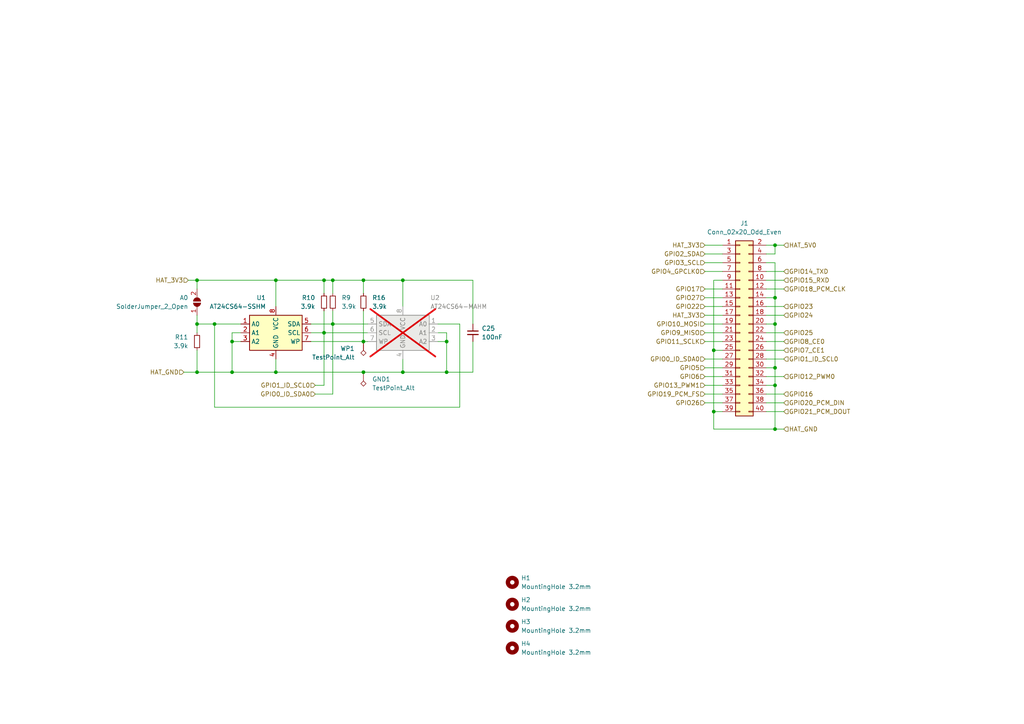
<source format=kicad_sch>
(kicad_sch (version 20230121) (generator eeschema)

  (uuid 4eca0b44-7895-4de1-b60b-9e70a6799560)

  (paper "A4")

  (lib_symbols
    (symbol "Connector:TestPoint_Alt" (pin_numbers hide) (pin_names (offset 0.762) hide) (in_bom yes) (on_board yes)
      (property "Reference" "TP" (at 0 6.858 0)
        (effects (font (size 1.27 1.27)))
      )
      (property "Value" "TestPoint_Alt" (at 0 5.08 0)
        (effects (font (size 1.27 1.27)))
      )
      (property "Footprint" "" (at 5.08 0 0)
        (effects (font (size 1.27 1.27)) hide)
      )
      (property "Datasheet" "~" (at 5.08 0 0)
        (effects (font (size 1.27 1.27)) hide)
      )
      (property "ki_keywords" "test point tp" (at 0 0 0)
        (effects (font (size 1.27 1.27)) hide)
      )
      (property "ki_description" "test point (alternative shape)" (at 0 0 0)
        (effects (font (size 1.27 1.27)) hide)
      )
      (property "ki_fp_filters" "Pin* Test*" (at 0 0 0)
        (effects (font (size 1.27 1.27)) hide)
      )
      (symbol "TestPoint_Alt_0_1"
        (polyline
          (pts
            (xy 0 2.54)
            (xy -0.762 3.302)
            (xy 0 4.064)
            (xy 0.762 3.302)
            (xy 0 2.54)
          )
          (stroke (width 0) (type default))
          (fill (type none))
        )
      )
      (symbol "TestPoint_Alt_1_1"
        (pin passive line (at 0 0 90) (length 2.54)
          (name "1" (effects (font (size 1.27 1.27))))
          (number "1" (effects (font (size 1.27 1.27))))
        )
      )
    )
    (symbol "Connector_Generic:Conn_02x20_Odd_Even" (pin_names (offset 1.016) hide) (in_bom yes) (on_board yes)
      (property "Reference" "J" (at 1.27 25.4 0)
        (effects (font (size 1.27 1.27)))
      )
      (property "Value" "Conn_02x20_Odd_Even" (at 1.27 -27.94 0)
        (effects (font (size 1.27 1.27)))
      )
      (property "Footprint" "" (at 0 0 0)
        (effects (font (size 1.27 1.27)) hide)
      )
      (property "Datasheet" "~" (at 0 0 0)
        (effects (font (size 1.27 1.27)) hide)
      )
      (property "ki_keywords" "connector" (at 0 0 0)
        (effects (font (size 1.27 1.27)) hide)
      )
      (property "ki_description" "Generic connector, double row, 02x20, odd/even pin numbering scheme (row 1 odd numbers, row 2 even numbers), script generated (kicad-library-utils/schlib/autogen/connector/)" (at 0 0 0)
        (effects (font (size 1.27 1.27)) hide)
      )
      (property "ki_fp_filters" "Connector*:*_2x??_*" (at 0 0 0)
        (effects (font (size 1.27 1.27)) hide)
      )
      (symbol "Conn_02x20_Odd_Even_1_1"
        (rectangle (start -1.27 -25.273) (end 0 -25.527)
          (stroke (width 0.1524) (type default))
          (fill (type none))
        )
        (rectangle (start -1.27 -22.733) (end 0 -22.987)
          (stroke (width 0.1524) (type default))
          (fill (type none))
        )
        (rectangle (start -1.27 -20.193) (end 0 -20.447)
          (stroke (width 0.1524) (type default))
          (fill (type none))
        )
        (rectangle (start -1.27 -17.653) (end 0 -17.907)
          (stroke (width 0.1524) (type default))
          (fill (type none))
        )
        (rectangle (start -1.27 -15.113) (end 0 -15.367)
          (stroke (width 0.1524) (type default))
          (fill (type none))
        )
        (rectangle (start -1.27 -12.573) (end 0 -12.827)
          (stroke (width 0.1524) (type default))
          (fill (type none))
        )
        (rectangle (start -1.27 -10.033) (end 0 -10.287)
          (stroke (width 0.1524) (type default))
          (fill (type none))
        )
        (rectangle (start -1.27 -7.493) (end 0 -7.747)
          (stroke (width 0.1524) (type default))
          (fill (type none))
        )
        (rectangle (start -1.27 -4.953) (end 0 -5.207)
          (stroke (width 0.1524) (type default))
          (fill (type none))
        )
        (rectangle (start -1.27 -2.413) (end 0 -2.667)
          (stroke (width 0.1524) (type default))
          (fill (type none))
        )
        (rectangle (start -1.27 0.127) (end 0 -0.127)
          (stroke (width 0.1524) (type default))
          (fill (type none))
        )
        (rectangle (start -1.27 2.667) (end 0 2.413)
          (stroke (width 0.1524) (type default))
          (fill (type none))
        )
        (rectangle (start -1.27 5.207) (end 0 4.953)
          (stroke (width 0.1524) (type default))
          (fill (type none))
        )
        (rectangle (start -1.27 7.747) (end 0 7.493)
          (stroke (width 0.1524) (type default))
          (fill (type none))
        )
        (rectangle (start -1.27 10.287) (end 0 10.033)
          (stroke (width 0.1524) (type default))
          (fill (type none))
        )
        (rectangle (start -1.27 12.827) (end 0 12.573)
          (stroke (width 0.1524) (type default))
          (fill (type none))
        )
        (rectangle (start -1.27 15.367) (end 0 15.113)
          (stroke (width 0.1524) (type default))
          (fill (type none))
        )
        (rectangle (start -1.27 17.907) (end 0 17.653)
          (stroke (width 0.1524) (type default))
          (fill (type none))
        )
        (rectangle (start -1.27 20.447) (end 0 20.193)
          (stroke (width 0.1524) (type default))
          (fill (type none))
        )
        (rectangle (start -1.27 22.987) (end 0 22.733)
          (stroke (width 0.1524) (type default))
          (fill (type none))
        )
        (rectangle (start -1.27 24.13) (end 3.81 -26.67)
          (stroke (width 0.254) (type default))
          (fill (type background))
        )
        (rectangle (start 3.81 -25.273) (end 2.54 -25.527)
          (stroke (width 0.1524) (type default))
          (fill (type none))
        )
        (rectangle (start 3.81 -22.733) (end 2.54 -22.987)
          (stroke (width 0.1524) (type default))
          (fill (type none))
        )
        (rectangle (start 3.81 -20.193) (end 2.54 -20.447)
          (stroke (width 0.1524) (type default))
          (fill (type none))
        )
        (rectangle (start 3.81 -17.653) (end 2.54 -17.907)
          (stroke (width 0.1524) (type default))
          (fill (type none))
        )
        (rectangle (start 3.81 -15.113) (end 2.54 -15.367)
          (stroke (width 0.1524) (type default))
          (fill (type none))
        )
        (rectangle (start 3.81 -12.573) (end 2.54 -12.827)
          (stroke (width 0.1524) (type default))
          (fill (type none))
        )
        (rectangle (start 3.81 -10.033) (end 2.54 -10.287)
          (stroke (width 0.1524) (type default))
          (fill (type none))
        )
        (rectangle (start 3.81 -7.493) (end 2.54 -7.747)
          (stroke (width 0.1524) (type default))
          (fill (type none))
        )
        (rectangle (start 3.81 -4.953) (end 2.54 -5.207)
          (stroke (width 0.1524) (type default))
          (fill (type none))
        )
        (rectangle (start 3.81 -2.413) (end 2.54 -2.667)
          (stroke (width 0.1524) (type default))
          (fill (type none))
        )
        (rectangle (start 3.81 0.127) (end 2.54 -0.127)
          (stroke (width 0.1524) (type default))
          (fill (type none))
        )
        (rectangle (start 3.81 2.667) (end 2.54 2.413)
          (stroke (width 0.1524) (type default))
          (fill (type none))
        )
        (rectangle (start 3.81 5.207) (end 2.54 4.953)
          (stroke (width 0.1524) (type default))
          (fill (type none))
        )
        (rectangle (start 3.81 7.747) (end 2.54 7.493)
          (stroke (width 0.1524) (type default))
          (fill (type none))
        )
        (rectangle (start 3.81 10.287) (end 2.54 10.033)
          (stroke (width 0.1524) (type default))
          (fill (type none))
        )
        (rectangle (start 3.81 12.827) (end 2.54 12.573)
          (stroke (width 0.1524) (type default))
          (fill (type none))
        )
        (rectangle (start 3.81 15.367) (end 2.54 15.113)
          (stroke (width 0.1524) (type default))
          (fill (type none))
        )
        (rectangle (start 3.81 17.907) (end 2.54 17.653)
          (stroke (width 0.1524) (type default))
          (fill (type none))
        )
        (rectangle (start 3.81 20.447) (end 2.54 20.193)
          (stroke (width 0.1524) (type default))
          (fill (type none))
        )
        (rectangle (start 3.81 22.987) (end 2.54 22.733)
          (stroke (width 0.1524) (type default))
          (fill (type none))
        )
        (pin passive line (at -5.08 22.86 0) (length 3.81)
          (name "Pin_1" (effects (font (size 1.27 1.27))))
          (number "1" (effects (font (size 1.27 1.27))))
        )
        (pin passive line (at 7.62 12.7 180) (length 3.81)
          (name "Pin_10" (effects (font (size 1.27 1.27))))
          (number "10" (effects (font (size 1.27 1.27))))
        )
        (pin passive line (at -5.08 10.16 0) (length 3.81)
          (name "Pin_11" (effects (font (size 1.27 1.27))))
          (number "11" (effects (font (size 1.27 1.27))))
        )
        (pin passive line (at 7.62 10.16 180) (length 3.81)
          (name "Pin_12" (effects (font (size 1.27 1.27))))
          (number "12" (effects (font (size 1.27 1.27))))
        )
        (pin passive line (at -5.08 7.62 0) (length 3.81)
          (name "Pin_13" (effects (font (size 1.27 1.27))))
          (number "13" (effects (font (size 1.27 1.27))))
        )
        (pin passive line (at 7.62 7.62 180) (length 3.81)
          (name "Pin_14" (effects (font (size 1.27 1.27))))
          (number "14" (effects (font (size 1.27 1.27))))
        )
        (pin passive line (at -5.08 5.08 0) (length 3.81)
          (name "Pin_15" (effects (font (size 1.27 1.27))))
          (number "15" (effects (font (size 1.27 1.27))))
        )
        (pin passive line (at 7.62 5.08 180) (length 3.81)
          (name "Pin_16" (effects (font (size 1.27 1.27))))
          (number "16" (effects (font (size 1.27 1.27))))
        )
        (pin passive line (at -5.08 2.54 0) (length 3.81)
          (name "Pin_17" (effects (font (size 1.27 1.27))))
          (number "17" (effects (font (size 1.27 1.27))))
        )
        (pin passive line (at 7.62 2.54 180) (length 3.81)
          (name "Pin_18" (effects (font (size 1.27 1.27))))
          (number "18" (effects (font (size 1.27 1.27))))
        )
        (pin passive line (at -5.08 0 0) (length 3.81)
          (name "Pin_19" (effects (font (size 1.27 1.27))))
          (number "19" (effects (font (size 1.27 1.27))))
        )
        (pin passive line (at 7.62 22.86 180) (length 3.81)
          (name "Pin_2" (effects (font (size 1.27 1.27))))
          (number "2" (effects (font (size 1.27 1.27))))
        )
        (pin passive line (at 7.62 0 180) (length 3.81)
          (name "Pin_20" (effects (font (size 1.27 1.27))))
          (number "20" (effects (font (size 1.27 1.27))))
        )
        (pin passive line (at -5.08 -2.54 0) (length 3.81)
          (name "Pin_21" (effects (font (size 1.27 1.27))))
          (number "21" (effects (font (size 1.27 1.27))))
        )
        (pin passive line (at 7.62 -2.54 180) (length 3.81)
          (name "Pin_22" (effects (font (size 1.27 1.27))))
          (number "22" (effects (font (size 1.27 1.27))))
        )
        (pin passive line (at -5.08 -5.08 0) (length 3.81)
          (name "Pin_23" (effects (font (size 1.27 1.27))))
          (number "23" (effects (font (size 1.27 1.27))))
        )
        (pin passive line (at 7.62 -5.08 180) (length 3.81)
          (name "Pin_24" (effects (font (size 1.27 1.27))))
          (number "24" (effects (font (size 1.27 1.27))))
        )
        (pin passive line (at -5.08 -7.62 0) (length 3.81)
          (name "Pin_25" (effects (font (size 1.27 1.27))))
          (number "25" (effects (font (size 1.27 1.27))))
        )
        (pin passive line (at 7.62 -7.62 180) (length 3.81)
          (name "Pin_26" (effects (font (size 1.27 1.27))))
          (number "26" (effects (font (size 1.27 1.27))))
        )
        (pin passive line (at -5.08 -10.16 0) (length 3.81)
          (name "Pin_27" (effects (font (size 1.27 1.27))))
          (number "27" (effects (font (size 1.27 1.27))))
        )
        (pin passive line (at 7.62 -10.16 180) (length 3.81)
          (name "Pin_28" (effects (font (size 1.27 1.27))))
          (number "28" (effects (font (size 1.27 1.27))))
        )
        (pin passive line (at -5.08 -12.7 0) (length 3.81)
          (name "Pin_29" (effects (font (size 1.27 1.27))))
          (number "29" (effects (font (size 1.27 1.27))))
        )
        (pin passive line (at -5.08 20.32 0) (length 3.81)
          (name "Pin_3" (effects (font (size 1.27 1.27))))
          (number "3" (effects (font (size 1.27 1.27))))
        )
        (pin passive line (at 7.62 -12.7 180) (length 3.81)
          (name "Pin_30" (effects (font (size 1.27 1.27))))
          (number "30" (effects (font (size 1.27 1.27))))
        )
        (pin passive line (at -5.08 -15.24 0) (length 3.81)
          (name "Pin_31" (effects (font (size 1.27 1.27))))
          (number "31" (effects (font (size 1.27 1.27))))
        )
        (pin passive line (at 7.62 -15.24 180) (length 3.81)
          (name "Pin_32" (effects (font (size 1.27 1.27))))
          (number "32" (effects (font (size 1.27 1.27))))
        )
        (pin passive line (at -5.08 -17.78 0) (length 3.81)
          (name "Pin_33" (effects (font (size 1.27 1.27))))
          (number "33" (effects (font (size 1.27 1.27))))
        )
        (pin passive line (at 7.62 -17.78 180) (length 3.81)
          (name "Pin_34" (effects (font (size 1.27 1.27))))
          (number "34" (effects (font (size 1.27 1.27))))
        )
        (pin passive line (at -5.08 -20.32 0) (length 3.81)
          (name "Pin_35" (effects (font (size 1.27 1.27))))
          (number "35" (effects (font (size 1.27 1.27))))
        )
        (pin passive line (at 7.62 -20.32 180) (length 3.81)
          (name "Pin_36" (effects (font (size 1.27 1.27))))
          (number "36" (effects (font (size 1.27 1.27))))
        )
        (pin passive line (at -5.08 -22.86 0) (length 3.81)
          (name "Pin_37" (effects (font (size 1.27 1.27))))
          (number "37" (effects (font (size 1.27 1.27))))
        )
        (pin passive line (at 7.62 -22.86 180) (length 3.81)
          (name "Pin_38" (effects (font (size 1.27 1.27))))
          (number "38" (effects (font (size 1.27 1.27))))
        )
        (pin passive line (at -5.08 -25.4 0) (length 3.81)
          (name "Pin_39" (effects (font (size 1.27 1.27))))
          (number "39" (effects (font (size 1.27 1.27))))
        )
        (pin passive line (at 7.62 20.32 180) (length 3.81)
          (name "Pin_4" (effects (font (size 1.27 1.27))))
          (number "4" (effects (font (size 1.27 1.27))))
        )
        (pin passive line (at 7.62 -25.4 180) (length 3.81)
          (name "Pin_40" (effects (font (size 1.27 1.27))))
          (number "40" (effects (font (size 1.27 1.27))))
        )
        (pin passive line (at -5.08 17.78 0) (length 3.81)
          (name "Pin_5" (effects (font (size 1.27 1.27))))
          (number "5" (effects (font (size 1.27 1.27))))
        )
        (pin passive line (at 7.62 17.78 180) (length 3.81)
          (name "Pin_6" (effects (font (size 1.27 1.27))))
          (number "6" (effects (font (size 1.27 1.27))))
        )
        (pin passive line (at -5.08 15.24 0) (length 3.81)
          (name "Pin_7" (effects (font (size 1.27 1.27))))
          (number "7" (effects (font (size 1.27 1.27))))
        )
        (pin passive line (at 7.62 15.24 180) (length 3.81)
          (name "Pin_8" (effects (font (size 1.27 1.27))))
          (number "8" (effects (font (size 1.27 1.27))))
        )
        (pin passive line (at -5.08 12.7 0) (length 3.81)
          (name "Pin_9" (effects (font (size 1.27 1.27))))
          (number "9" (effects (font (size 1.27 1.27))))
        )
      )
    )
    (symbol "Device:C_Small" (pin_numbers hide) (pin_names (offset 0.254) hide) (in_bom yes) (on_board yes)
      (property "Reference" "C" (at 0.254 1.778 0)
        (effects (font (size 1.27 1.27)) (justify left))
      )
      (property "Value" "C_Small" (at 0.254 -2.032 0)
        (effects (font (size 1.27 1.27)) (justify left))
      )
      (property "Footprint" "" (at 0 0 0)
        (effects (font (size 1.27 1.27)) hide)
      )
      (property "Datasheet" "~" (at 0 0 0)
        (effects (font (size 1.27 1.27)) hide)
      )
      (property "ki_keywords" "capacitor cap" (at 0 0 0)
        (effects (font (size 1.27 1.27)) hide)
      )
      (property "ki_description" "Unpolarized capacitor, small symbol" (at 0 0 0)
        (effects (font (size 1.27 1.27)) hide)
      )
      (property "ki_fp_filters" "C_*" (at 0 0 0)
        (effects (font (size 1.27 1.27)) hide)
      )
      (symbol "C_Small_0_1"
        (polyline
          (pts
            (xy -1.524 -0.508)
            (xy 1.524 -0.508)
          )
          (stroke (width 0.3302) (type default))
          (fill (type none))
        )
        (polyline
          (pts
            (xy -1.524 0.508)
            (xy 1.524 0.508)
          )
          (stroke (width 0.3048) (type default))
          (fill (type none))
        )
      )
      (symbol "C_Small_1_1"
        (pin passive line (at 0 2.54 270) (length 2.032)
          (name "~" (effects (font (size 1.27 1.27))))
          (number "1" (effects (font (size 1.27 1.27))))
        )
        (pin passive line (at 0 -2.54 90) (length 2.032)
          (name "~" (effects (font (size 1.27 1.27))))
          (number "2" (effects (font (size 1.27 1.27))))
        )
      )
    )
    (symbol "Device:R_Small" (pin_numbers hide) (pin_names (offset 0.254) hide) (in_bom yes) (on_board yes)
      (property "Reference" "R" (at 0.762 0.508 0)
        (effects (font (size 1.27 1.27)) (justify left))
      )
      (property "Value" "R_Small" (at 0.762 -1.016 0)
        (effects (font (size 1.27 1.27)) (justify left))
      )
      (property "Footprint" "" (at 0 0 0)
        (effects (font (size 1.27 1.27)) hide)
      )
      (property "Datasheet" "~" (at 0 0 0)
        (effects (font (size 1.27 1.27)) hide)
      )
      (property "ki_keywords" "R resistor" (at 0 0 0)
        (effects (font (size 1.27 1.27)) hide)
      )
      (property "ki_description" "Resistor, small symbol" (at 0 0 0)
        (effects (font (size 1.27 1.27)) hide)
      )
      (property "ki_fp_filters" "R_*" (at 0 0 0)
        (effects (font (size 1.27 1.27)) hide)
      )
      (symbol "R_Small_0_1"
        (rectangle (start -0.762 1.778) (end 0.762 -1.778)
          (stroke (width 0.2032) (type default))
          (fill (type none))
        )
      )
      (symbol "R_Small_1_1"
        (pin passive line (at 0 2.54 270) (length 0.762)
          (name "~" (effects (font (size 1.27 1.27))))
          (number "1" (effects (font (size 1.27 1.27))))
        )
        (pin passive line (at 0 -2.54 90) (length 0.762)
          (name "~" (effects (font (size 1.27 1.27))))
          (number "2" (effects (font (size 1.27 1.27))))
        )
      )
    )
    (symbol "Jumper:SolderJumper_2_Open" (pin_names (offset 0) hide) (in_bom yes) (on_board yes)
      (property "Reference" "JP" (at 0 2.032 0)
        (effects (font (size 1.27 1.27)))
      )
      (property "Value" "SolderJumper_2_Open" (at 0 -2.54 0)
        (effects (font (size 1.27 1.27)))
      )
      (property "Footprint" "" (at 0 0 0)
        (effects (font (size 1.27 1.27)) hide)
      )
      (property "Datasheet" "~" (at 0 0 0)
        (effects (font (size 1.27 1.27)) hide)
      )
      (property "ki_keywords" "solder jumper SPST" (at 0 0 0)
        (effects (font (size 1.27 1.27)) hide)
      )
      (property "ki_description" "Solder Jumper, 2-pole, open" (at 0 0 0)
        (effects (font (size 1.27 1.27)) hide)
      )
      (property "ki_fp_filters" "SolderJumper*Open*" (at 0 0 0)
        (effects (font (size 1.27 1.27)) hide)
      )
      (symbol "SolderJumper_2_Open_0_1"
        (arc (start -0.254 1.016) (mid -1.2656 0) (end -0.254 -1.016)
          (stroke (width 0) (type default))
          (fill (type none))
        )
        (arc (start -0.254 1.016) (mid -1.2656 0) (end -0.254 -1.016)
          (stroke (width 0) (type default))
          (fill (type outline))
        )
        (polyline
          (pts
            (xy -0.254 1.016)
            (xy -0.254 -1.016)
          )
          (stroke (width 0) (type default))
          (fill (type none))
        )
        (polyline
          (pts
            (xy 0.254 1.016)
            (xy 0.254 -1.016)
          )
          (stroke (width 0) (type default))
          (fill (type none))
        )
        (arc (start 0.254 -1.016) (mid 1.2656 0) (end 0.254 1.016)
          (stroke (width 0) (type default))
          (fill (type none))
        )
        (arc (start 0.254 -1.016) (mid 1.2656 0) (end 0.254 1.016)
          (stroke (width 0) (type default))
          (fill (type outline))
        )
      )
      (symbol "SolderJumper_2_Open_1_1"
        (pin passive line (at -3.81 0 0) (length 2.54)
          (name "A" (effects (font (size 1.27 1.27))))
          (number "1" (effects (font (size 1.27 1.27))))
        )
        (pin passive line (at 3.81 0 180) (length 2.54)
          (name "B" (effects (font (size 1.27 1.27))))
          (number "2" (effects (font (size 1.27 1.27))))
        )
      )
    )
    (symbol "Mechanical:MountingHole" (pin_names (offset 1.016)) (in_bom yes) (on_board yes)
      (property "Reference" "H" (at 0 5.08 0)
        (effects (font (size 1.27 1.27)))
      )
      (property "Value" "MountingHole" (at 0 3.175 0)
        (effects (font (size 1.27 1.27)))
      )
      (property "Footprint" "" (at 0 0 0)
        (effects (font (size 1.27 1.27)) hide)
      )
      (property "Datasheet" "~" (at 0 0 0)
        (effects (font (size 1.27 1.27)) hide)
      )
      (property "ki_keywords" "mounting hole" (at 0 0 0)
        (effects (font (size 1.27 1.27)) hide)
      )
      (property "ki_description" "Mounting Hole without connection" (at 0 0 0)
        (effects (font (size 1.27 1.27)) hide)
      )
      (property "ki_fp_filters" "MountingHole*" (at 0 0 0)
        (effects (font (size 1.27 1.27)) hide)
      )
      (symbol "MountingHole_0_1"
        (circle (center 0 0) (radius 1.27)
          (stroke (width 1.27) (type default))
          (fill (type none))
        )
      )
    )
    (symbol "Memory_EEPROM:AT24CS64-MAHM" (in_bom yes) (on_board yes)
      (property "Reference" "U" (at -7.62 6.35 0)
        (effects (font (size 1.27 1.27)))
      )
      (property "Value" "AT24CS64-MAHM" (at 2.54 -6.35 0)
        (effects (font (size 1.27 1.27)) (justify left))
      )
      (property "Footprint" "Package_DFN_QFN:DFN-8-1EP_3x2mm_P0.5mm_EP1.3x1.5mm" (at 0 0 0)
        (effects (font (size 1.27 1.27)) hide)
      )
      (property "Datasheet" "http://ww1.microchip.com/downloads/en/DeviceDoc/Atmel-8870-SEEPROM-AT24CS64-Datasheet.pdf" (at 0 0 0)
        (effects (font (size 1.27 1.27)) hide)
      )
      (property "ki_keywords" "I2C Serial EEPROM Nonvolatile Memory" (at 0 0 0)
        (effects (font (size 1.27 1.27)) hide)
      )
      (property "ki_description" "I2C Serial EEPROM, 64Kb (8192x8) with Unique Serial Number, UDFN8" (at 0 0 0)
        (effects (font (size 1.27 1.27)) hide)
      )
      (property "ki_fp_filters" "DFN*3x2mm*P0.5mm*" (at 0 0 0)
        (effects (font (size 1.27 1.27)) hide)
      )
      (symbol "AT24CS64-MAHM_1_1"
        (rectangle (start -7.62 5.08) (end 7.62 -5.08)
          (stroke (width 0.254) (type default))
          (fill (type background))
        )
        (pin input line (at -10.16 2.54 0) (length 2.54)
          (name "A0" (effects (font (size 1.27 1.27))))
          (number "1" (effects (font (size 1.27 1.27))))
        )
        (pin input line (at -10.16 0 0) (length 2.54)
          (name "A1" (effects (font (size 1.27 1.27))))
          (number "2" (effects (font (size 1.27 1.27))))
        )
        (pin input line (at -10.16 -2.54 0) (length 2.54)
          (name "A2" (effects (font (size 1.27 1.27))))
          (number "3" (effects (font (size 1.27 1.27))))
        )
        (pin power_in line (at 0 -7.62 90) (length 2.54)
          (name "GND" (effects (font (size 1.27 1.27))))
          (number "4" (effects (font (size 1.27 1.27))))
        )
        (pin bidirectional line (at 10.16 2.54 180) (length 2.54)
          (name "SDA" (effects (font (size 1.27 1.27))))
          (number "5" (effects (font (size 1.27 1.27))))
        )
        (pin input line (at 10.16 0 180) (length 2.54)
          (name "SCL" (effects (font (size 1.27 1.27))))
          (number "6" (effects (font (size 1.27 1.27))))
        )
        (pin input line (at 10.16 -2.54 180) (length 2.54)
          (name "WP" (effects (font (size 1.27 1.27))))
          (number "7" (effects (font (size 1.27 1.27))))
        )
        (pin power_in line (at 0 7.62 270) (length 2.54)
          (name "VCC" (effects (font (size 1.27 1.27))))
          (number "8" (effects (font (size 1.27 1.27))))
        )
      )
    )
    (symbol "Memory_EEPROM:AT24CS64-SSHM" (in_bom yes) (on_board yes)
      (property "Reference" "U" (at -7.62 6.35 0)
        (effects (font (size 1.27 1.27)))
      )
      (property "Value" "AT24CS64-SSHM" (at 2.54 -6.35 0)
        (effects (font (size 1.27 1.27)) (justify left))
      )
      (property "Footprint" "Package_SO:SOIC-8_3.9x4.9mm_P1.27mm" (at 0 0 0)
        (effects (font (size 1.27 1.27)) hide)
      )
      (property "Datasheet" "http://ww1.microchip.com/downloads/en/DeviceDoc/Atmel-8870-SEEPROM-AT24CS64-Datasheet.pdf" (at 0 0 0)
        (effects (font (size 1.27 1.27)) hide)
      )
      (property "ki_keywords" "I2C Serial EEPROM Nonvolatile Memory" (at 0 0 0)
        (effects (font (size 1.27 1.27)) hide)
      )
      (property "ki_description" "I2C Serial EEPROM, 64Kb (8192x8) with Unique Serial Number, SO8" (at 0 0 0)
        (effects (font (size 1.27 1.27)) hide)
      )
      (property "ki_fp_filters" "SOIC*3.9x4.9mm*P1.27mm*" (at 0 0 0)
        (effects (font (size 1.27 1.27)) hide)
      )
      (symbol "AT24CS64-SSHM_1_1"
        (rectangle (start -7.62 5.08) (end 7.62 -5.08)
          (stroke (width 0.254) (type default))
          (fill (type background))
        )
        (pin input line (at -10.16 2.54 0) (length 2.54)
          (name "A0" (effects (font (size 1.27 1.27))))
          (number "1" (effects (font (size 1.27 1.27))))
        )
        (pin input line (at -10.16 0 0) (length 2.54)
          (name "A1" (effects (font (size 1.27 1.27))))
          (number "2" (effects (font (size 1.27 1.27))))
        )
        (pin input line (at -10.16 -2.54 0) (length 2.54)
          (name "A2" (effects (font (size 1.27 1.27))))
          (number "3" (effects (font (size 1.27 1.27))))
        )
        (pin power_in line (at 0 -7.62 90) (length 2.54)
          (name "GND" (effects (font (size 1.27 1.27))))
          (number "4" (effects (font (size 1.27 1.27))))
        )
        (pin bidirectional line (at 10.16 2.54 180) (length 2.54)
          (name "SDA" (effects (font (size 1.27 1.27))))
          (number "5" (effects (font (size 1.27 1.27))))
        )
        (pin input line (at 10.16 0 180) (length 2.54)
          (name "SCL" (effects (font (size 1.27 1.27))))
          (number "6" (effects (font (size 1.27 1.27))))
        )
        (pin input line (at 10.16 -2.54 180) (length 2.54)
          (name "WP" (effects (font (size 1.27 1.27))))
          (number "7" (effects (font (size 1.27 1.27))))
        )
        (pin power_in line (at 0 7.62 270) (length 2.54)
          (name "VCC" (effects (font (size 1.27 1.27))))
          (number "8" (effects (font (size 1.27 1.27))))
        )
      )
    )
  )

  (junction (at 224.79 111.76) (diameter 0) (color 0 0 0 0)
    (uuid 1e7b1309-241f-4dba-8df0-9bfacf34c9cd)
  )
  (junction (at 93.98 81.28) (diameter 0) (color 0 0 0 0)
    (uuid 25ae0e2e-1a64-415c-a493-ff4c8c85af36)
  )
  (junction (at 207.01 101.6) (diameter 0) (color 0 0 0 0)
    (uuid 25f3b106-5b7a-47c1-8616-441fabba97a5)
  )
  (junction (at 80.01 107.95) (diameter 0) (color 0 0 0 0)
    (uuid 26ccdc2a-c29c-4879-a537-347c562b5ba7)
  )
  (junction (at 67.31 99.06) (diameter 0) (color 0 0 0 0)
    (uuid 27e4991c-3a26-4c90-a48e-b5698ec6abcf)
  )
  (junction (at 116.84 107.95) (diameter 0) (color 0 0 0 0)
    (uuid 30b48487-9308-4f8d-a22f-28e81382d34a)
  )
  (junction (at 224.79 86.36) (diameter 0) (color 0 0 0 0)
    (uuid 3b72fd04-53f0-4a65-8f45-90eb302b06dc)
  )
  (junction (at 129.54 107.95) (diameter 0) (color 0 0 0 0)
    (uuid 440e378f-07bb-4e8a-8ab2-cabdc44b80e4)
  )
  (junction (at 80.01 81.28) (diameter 0) (color 0 0 0 0)
    (uuid 5255aff2-3c3e-4f6f-9e86-d83f12a7b25c)
  )
  (junction (at 57.15 81.28) (diameter 0) (color 0 0 0 0)
    (uuid 5a82fc74-f1d4-4493-a02f-aff14ac3310c)
  )
  (junction (at 116.84 81.28) (diameter 0) (color 0 0 0 0)
    (uuid 606fb9bf-e49e-4d08-b628-1886e77fb3ed)
  )
  (junction (at 93.98 96.52) (diameter 0) (color 0 0 0 0)
    (uuid 6a427c06-572f-4eca-9b9e-4a29b14593ac)
  )
  (junction (at 62.23 93.98) (diameter 0) (color 0 0 0 0)
    (uuid 6b963e09-a4d6-4b3c-8d1e-0ffd405b6446)
  )
  (junction (at 105.41 99.06) (diameter 0) (color 0 0 0 0)
    (uuid 6c2f5df6-c832-4c2b-8a66-d30d19fe914a)
  )
  (junction (at 207.01 119.38) (diameter 0) (color 0 0 0 0)
    (uuid 6e618195-8a78-45fa-9058-c868b61dbc66)
  )
  (junction (at 96.52 81.28) (diameter 0) (color 0 0 0 0)
    (uuid 7078c152-631a-4c12-a7e3-85a59eb655cc)
  )
  (junction (at 224.79 93.98) (diameter 0) (color 0 0 0 0)
    (uuid 73c5d419-ad6b-41c6-889a-4797d932aa7c)
  )
  (junction (at 129.54 99.06) (diameter 0) (color 0 0 0 0)
    (uuid 7a2623b4-7f1f-4cdd-ba23-babb13e9b57d)
  )
  (junction (at 224.79 71.12) (diameter 0) (color 0 0 0 0)
    (uuid 8037a98d-f024-4375-8e03-43bdedc602c0)
  )
  (junction (at 67.31 107.95) (diameter 0) (color 0 0 0 0)
    (uuid 8b3f8377-9f04-433b-bee4-7c6dac7e9193)
  )
  (junction (at 224.79 124.46) (diameter 0) (color 0 0 0 0)
    (uuid 8c8d3279-527d-40a7-863b-cd0bce220a81)
  )
  (junction (at 105.41 81.28) (diameter 0) (color 0 0 0 0)
    (uuid 9694a282-1e49-4ca2-807a-4586c3e9e39a)
  )
  (junction (at 96.52 93.98) (diameter 0) (color 0 0 0 0)
    (uuid a3ec525c-0b7c-4fe2-8088-3237b1d56e06)
  )
  (junction (at 224.79 106.68) (diameter 0) (color 0 0 0 0)
    (uuid b1542210-458e-4b55-aa30-504769edc500)
  )
  (junction (at 57.15 107.95) (diameter 0) (color 0 0 0 0)
    (uuid be5c051c-8d74-4605-b949-333e7764023d)
  )
  (junction (at 57.15 93.98) (diameter 0) (color 0 0 0 0)
    (uuid bea98dfe-e28b-4fb1-af87-d28a465b6ed4)
  )
  (junction (at 105.41 107.95) (diameter 0) (color 0 0 0 0)
    (uuid fbb74eba-d951-4720-804e-e413586d7c86)
  )

  (wire (pts (xy 207.01 119.38) (xy 209.55 119.38))
    (stroke (width 0) (type default))
    (uuid 01cf70d8-feda-4267-a2ed-4688ab2925f3)
  )
  (wire (pts (xy 224.79 76.2) (xy 224.79 86.36))
    (stroke (width 0) (type default))
    (uuid 01dece0d-89dc-475c-b48f-f00717d0820f)
  )
  (wire (pts (xy 224.79 86.36) (xy 224.79 93.98))
    (stroke (width 0) (type default))
    (uuid 034ee3d5-41b5-40e3-829e-18d241b951f0)
  )
  (wire (pts (xy 204.47 99.06) (xy 209.55 99.06))
    (stroke (width 0) (type default))
    (uuid 06b01085-26fc-46f3-a0eb-e853db7f38f0)
  )
  (wire (pts (xy 105.41 99.06) (xy 106.68 99.06))
    (stroke (width 0) (type default))
    (uuid 06bdeb9e-3425-4289-83d4-fb1fc168efff)
  )
  (wire (pts (xy 67.31 96.52) (xy 67.31 99.06))
    (stroke (width 0) (type default))
    (uuid 0fee407f-f2d6-496c-b013-8567432b02d7)
  )
  (wire (pts (xy 116.84 88.9) (xy 116.84 81.28))
    (stroke (width 0) (type default))
    (uuid 1006e3e3-e3db-400f-b0a8-6156128b4808)
  )
  (wire (pts (xy 90.17 96.52) (xy 93.98 96.52))
    (stroke (width 0) (type default))
    (uuid 1654339f-6563-4dfa-8cbf-06bbe8d56b37)
  )
  (wire (pts (xy 129.54 96.52) (xy 129.54 99.06))
    (stroke (width 0) (type default))
    (uuid 182273e9-c355-4c03-9981-296e6d053181)
  )
  (wire (pts (xy 204.47 111.76) (xy 209.55 111.76))
    (stroke (width 0) (type default))
    (uuid 1918fcc8-6890-4855-8a74-54726d32f203)
  )
  (wire (pts (xy 204.47 109.22) (xy 209.55 109.22))
    (stroke (width 0) (type default))
    (uuid 19719171-5041-4771-b6f5-993bf188657a)
  )
  (wire (pts (xy 57.15 81.28) (xy 80.01 81.28))
    (stroke (width 0) (type default))
    (uuid 1a055a08-9fdb-4252-8f33-d8874dd8edf6)
  )
  (wire (pts (xy 222.25 104.14) (xy 227.33 104.14))
    (stroke (width 0) (type default))
    (uuid 1d1a681e-bc44-4e31-bcb6-90751c5e0871)
  )
  (wire (pts (xy 116.84 81.28) (xy 105.41 81.28))
    (stroke (width 0) (type default))
    (uuid 1e18aea9-4bc8-43e2-a430-15ace65a798c)
  )
  (wire (pts (xy 90.17 99.06) (xy 105.41 99.06))
    (stroke (width 0) (type default))
    (uuid 1ed90091-91c5-41bc-80a7-1aa1facd4b68)
  )
  (wire (pts (xy 137.16 99.06) (xy 137.16 107.95))
    (stroke (width 0) (type default))
    (uuid 232419a9-fcc4-4ba7-b164-d7ebaf8643a7)
  )
  (wire (pts (xy 224.79 71.12) (xy 227.33 71.12))
    (stroke (width 0) (type default))
    (uuid 2412de13-a33c-440b-91d3-a242a46de0bd)
  )
  (wire (pts (xy 204.47 78.74) (xy 209.55 78.74))
    (stroke (width 0) (type default))
    (uuid 2635701c-b7d7-42b6-bed6-2b7f5658db01)
  )
  (wire (pts (xy 105.41 90.17) (xy 105.41 99.06))
    (stroke (width 0) (type default))
    (uuid 26cb3e18-2601-48d6-baa2-98034b49560f)
  )
  (wire (pts (xy 204.47 114.3) (xy 209.55 114.3))
    (stroke (width 0) (type default))
    (uuid 2b2cefeb-62fc-4b06-9490-e2a5a0856b31)
  )
  (wire (pts (xy 127 99.06) (xy 129.54 99.06))
    (stroke (width 0) (type default))
    (uuid 2d5a4e03-2a37-4a47-82d2-23c96fc255ca)
  )
  (wire (pts (xy 93.98 81.28) (xy 80.01 81.28))
    (stroke (width 0) (type default))
    (uuid 2d7eab0a-dac6-49c8-9317-0826c9fe3758)
  )
  (wire (pts (xy 105.41 107.95) (xy 116.84 107.95))
    (stroke (width 0) (type default))
    (uuid 30db8902-d0c6-41fc-9ca9-596993705fad)
  )
  (wire (pts (xy 207.01 124.46) (xy 207.01 119.38))
    (stroke (width 0) (type default))
    (uuid 31520561-a2da-480e-83a1-ab5db9bb26eb)
  )
  (wire (pts (xy 222.25 109.22) (xy 227.33 109.22))
    (stroke (width 0) (type default))
    (uuid 34f40ca5-dc2d-447b-b7cd-53cd054d3a06)
  )
  (wire (pts (xy 137.16 93.98) (xy 137.16 81.28))
    (stroke (width 0) (type default))
    (uuid 3d027891-eb2e-4b3b-b15e-08223c390ec5)
  )
  (wire (pts (xy 80.01 104.14) (xy 80.01 107.95))
    (stroke (width 0) (type default))
    (uuid 3ff3ed4a-cd80-4dfe-911d-eafb3bb0c503)
  )
  (wire (pts (xy 96.52 81.28) (xy 96.52 85.09))
    (stroke (width 0) (type default))
    (uuid 40155fbf-e673-4fb8-96da-b19d788da529)
  )
  (wire (pts (xy 127 96.52) (xy 129.54 96.52))
    (stroke (width 0) (type default))
    (uuid 40ae1e1a-7d7e-4fd9-bf42-8ee6843541e2)
  )
  (wire (pts (xy 204.47 106.68) (xy 209.55 106.68))
    (stroke (width 0) (type default))
    (uuid 41c7288e-14b2-4e1e-b104-b412124d0827)
  )
  (wire (pts (xy 57.15 107.95) (xy 67.31 107.95))
    (stroke (width 0) (type default))
    (uuid 4261b829-56ee-4376-a7bb-f89764faa2d9)
  )
  (wire (pts (xy 204.47 96.52) (xy 209.55 96.52))
    (stroke (width 0) (type default))
    (uuid 42c1f5fe-f52a-4891-8b06-b6ac96f972ee)
  )
  (wire (pts (xy 57.15 91.44) (xy 57.15 93.98))
    (stroke (width 0) (type default))
    (uuid 43406bae-c020-4ae6-be67-a75a00e03117)
  )
  (wire (pts (xy 204.47 88.9) (xy 209.55 88.9))
    (stroke (width 0) (type default))
    (uuid 4795f0dd-acbe-47a1-b315-80342d3244a5)
  )
  (wire (pts (xy 224.79 71.12) (xy 224.79 73.66))
    (stroke (width 0) (type default))
    (uuid 4aa8d482-e9e3-4c30-9f23-195809512100)
  )
  (wire (pts (xy 133.35 93.98) (xy 133.35 118.11))
    (stroke (width 0) (type default))
    (uuid 4ac0b5bb-3714-4609-a32a-9c6cb895e3b3)
  )
  (wire (pts (xy 204.47 86.36) (xy 209.55 86.36))
    (stroke (width 0) (type default))
    (uuid 4c2ca297-e918-4d03-a21a-4d5be4d396ef)
  )
  (wire (pts (xy 54.61 81.28) (xy 57.15 81.28))
    (stroke (width 0) (type default))
    (uuid 4d779316-462e-4541-8b8d-340113470d7d)
  )
  (wire (pts (xy 69.85 93.98) (xy 62.23 93.98))
    (stroke (width 0) (type default))
    (uuid 4db74bf9-4775-49eb-afb4-0f3cf2a63731)
  )
  (wire (pts (xy 90.17 93.98) (xy 96.52 93.98))
    (stroke (width 0) (type default))
    (uuid 4e3a6e62-7e23-498e-a355-4ca825f368e0)
  )
  (wire (pts (xy 93.98 96.52) (xy 106.68 96.52))
    (stroke (width 0) (type default))
    (uuid 50a1515d-498d-4b85-94c1-27a28eea8644)
  )
  (wire (pts (xy 93.98 81.28) (xy 93.98 85.09))
    (stroke (width 0) (type default))
    (uuid 511980fa-ec2b-4775-86c6-d8a3e1b6d1f0)
  )
  (wire (pts (xy 93.98 90.17) (xy 93.98 96.52))
    (stroke (width 0) (type default))
    (uuid 546a1c9d-a91d-43f8-b7ed-ac37b2323c2c)
  )
  (wire (pts (xy 222.25 73.66) (xy 224.79 73.66))
    (stroke (width 0) (type default))
    (uuid 577eb509-76dd-4633-a09a-c56c8b79fb2a)
  )
  (wire (pts (xy 222.25 96.52) (xy 227.33 96.52))
    (stroke (width 0) (type default))
    (uuid 58091395-a7fc-4d0e-9abb-15499eda472e)
  )
  (wire (pts (xy 222.25 114.3) (xy 227.33 114.3))
    (stroke (width 0) (type default))
    (uuid 589993b8-065d-4090-8c37-d48efcef9451)
  )
  (wire (pts (xy 67.31 99.06) (xy 69.85 99.06))
    (stroke (width 0) (type default))
    (uuid 595b4931-b4a1-4102-83a3-bd59222d602d)
  )
  (wire (pts (xy 116.84 107.95) (xy 129.54 107.95))
    (stroke (width 0) (type default))
    (uuid 5aa80100-373b-4550-b76a-2731ff424d88)
  )
  (wire (pts (xy 204.47 83.82) (xy 209.55 83.82))
    (stroke (width 0) (type default))
    (uuid 5b60779b-66a4-4965-ab48-5500423a1675)
  )
  (wire (pts (xy 224.79 93.98) (xy 224.79 106.68))
    (stroke (width 0) (type default))
    (uuid 683613a4-1778-471f-a71f-6bfd3a5161be)
  )
  (wire (pts (xy 67.31 107.95) (xy 80.01 107.95))
    (stroke (width 0) (type default))
    (uuid 68ce6094-a4f4-4a82-94e5-4d4fb3affc37)
  )
  (wire (pts (xy 224.79 106.68) (xy 224.79 111.76))
    (stroke (width 0) (type default))
    (uuid 6d2ae486-6657-4c4d-8c8d-8c6172bfe265)
  )
  (wire (pts (xy 207.01 101.6) (xy 209.55 101.6))
    (stroke (width 0) (type default))
    (uuid 6dcb5394-d720-4786-a9fa-f8c027db1b66)
  )
  (wire (pts (xy 96.52 90.17) (xy 96.52 93.98))
    (stroke (width 0) (type default))
    (uuid 6dcdd88b-616c-41c4-8016-debcd0d83f20)
  )
  (wire (pts (xy 96.52 81.28) (xy 93.98 81.28))
    (stroke (width 0) (type default))
    (uuid 6df94c06-8231-4f88-86d4-90bcf2d1aec0)
  )
  (wire (pts (xy 222.25 93.98) (xy 224.79 93.98))
    (stroke (width 0) (type default))
    (uuid 6f1e5adf-dad6-42f2-8c11-b3aba3fc6e39)
  )
  (wire (pts (xy 62.23 93.98) (xy 57.15 93.98))
    (stroke (width 0) (type default))
    (uuid 6fcb63bd-1cca-4d37-9dd9-d2485e95ad3a)
  )
  (wire (pts (xy 96.52 93.98) (xy 106.68 93.98))
    (stroke (width 0) (type default))
    (uuid 77591afd-3ac6-4a5e-b975-f001ee722041)
  )
  (wire (pts (xy 222.25 78.74) (xy 227.33 78.74))
    (stroke (width 0) (type default))
    (uuid 77c37dcb-2cf0-49b4-ad71-ab88a96447dd)
  )
  (wire (pts (xy 224.79 124.46) (xy 227.33 124.46))
    (stroke (width 0) (type default))
    (uuid 79f4fb40-6af7-4f19-98e4-9e98d319d0d3)
  )
  (wire (pts (xy 62.23 118.11) (xy 62.23 93.98))
    (stroke (width 0) (type default))
    (uuid 7a4d8875-50a2-41b4-820e-166f53a49697)
  )
  (wire (pts (xy 105.41 81.28) (xy 96.52 81.28))
    (stroke (width 0) (type default))
    (uuid 808a182a-e14a-48d2-b841-c6073127db01)
  )
  (wire (pts (xy 80.01 107.95) (xy 105.41 107.95))
    (stroke (width 0) (type default))
    (uuid 81fa09ff-f49f-433b-9813-a475a6d959da)
  )
  (wire (pts (xy 222.25 111.76) (xy 224.79 111.76))
    (stroke (width 0) (type default))
    (uuid 829c2164-943c-4212-a4d3-c25ca9a1071f)
  )
  (wire (pts (xy 53.34 107.95) (xy 57.15 107.95))
    (stroke (width 0) (type default))
    (uuid 899f0d21-51b2-4036-88f7-9881d9fed36d)
  )
  (wire (pts (xy 137.16 81.28) (xy 116.84 81.28))
    (stroke (width 0) (type default))
    (uuid 8b09c5ef-4d83-477c-bf44-5e9b67df4af1)
  )
  (wire (pts (xy 69.85 96.52) (xy 67.31 96.52))
    (stroke (width 0) (type default))
    (uuid 99cb03c9-e96b-4f35-82f4-e3ae596b4ba1)
  )
  (wire (pts (xy 129.54 99.06) (xy 129.54 107.95))
    (stroke (width 0) (type default))
    (uuid 9ade5ee8-2f76-4760-b010-50c59ce165b1)
  )
  (wire (pts (xy 222.25 83.82) (xy 227.33 83.82))
    (stroke (width 0) (type default))
    (uuid 9d992a0b-4d82-4faf-a37b-79b2fcdec5b1)
  )
  (wire (pts (xy 67.31 99.06) (xy 67.31 107.95))
    (stroke (width 0) (type default))
    (uuid 9dfc3f4a-bf7b-44b1-b848-b02cb94a72fe)
  )
  (wire (pts (xy 222.25 101.6) (xy 227.33 101.6))
    (stroke (width 0) (type default))
    (uuid 9e679957-c520-4081-a0e2-a4fae84dc759)
  )
  (wire (pts (xy 222.25 88.9) (xy 227.33 88.9))
    (stroke (width 0) (type default))
    (uuid a009823e-0954-43cd-ac7b-4ff40bda35a3)
  )
  (wire (pts (xy 222.25 99.06) (xy 227.33 99.06))
    (stroke (width 0) (type default))
    (uuid a34da819-ae84-4343-9ca5-16c9e6991a5a)
  )
  (wire (pts (xy 57.15 107.95) (xy 57.15 101.6))
    (stroke (width 0) (type default))
    (uuid a3744161-ca0c-47d9-a57c-6d260bf7bd4a)
  )
  (wire (pts (xy 204.47 104.14) (xy 209.55 104.14))
    (stroke (width 0) (type default))
    (uuid a495350a-b260-4789-af4c-ce76e788d131)
  )
  (wire (pts (xy 57.15 93.98) (xy 57.15 96.52))
    (stroke (width 0) (type default))
    (uuid a4e1e85f-9d5f-415f-95ad-d4d15e8df4ef)
  )
  (wire (pts (xy 93.98 111.76) (xy 93.98 96.52))
    (stroke (width 0) (type default))
    (uuid a4e3a526-b79a-4f91-a24f-624a916327e6)
  )
  (wire (pts (xy 222.25 119.38) (xy 227.33 119.38))
    (stroke (width 0) (type default))
    (uuid a9af5bdd-720d-4cb7-bdc3-f53dcee71296)
  )
  (wire (pts (xy 222.25 76.2) (xy 224.79 76.2))
    (stroke (width 0) (type default))
    (uuid aaf62d68-33a1-4179-b75e-e6e7014f66f4)
  )
  (wire (pts (xy 204.47 76.2) (xy 209.55 76.2))
    (stroke (width 0) (type default))
    (uuid ab3603ea-41d6-40ae-ba80-74de5b2d699a)
  )
  (wire (pts (xy 207.01 119.38) (xy 207.01 101.6))
    (stroke (width 0) (type default))
    (uuid adaa91ea-0c9a-48e3-bcde-f6ff1fa27b89)
  )
  (wire (pts (xy 222.25 91.44) (xy 227.33 91.44))
    (stroke (width 0) (type default))
    (uuid ade8935b-bf90-4db1-93b3-b0d7fdace8f3)
  )
  (wire (pts (xy 80.01 81.28) (xy 80.01 88.9))
    (stroke (width 0) (type default))
    (uuid afa22aed-58f9-498f-ac5f-9379428b56ec)
  )
  (wire (pts (xy 116.84 107.95) (xy 116.84 104.14))
    (stroke (width 0) (type default))
    (uuid b2de6d9c-74b6-4f1b-8d7f-5d45f4d578ac)
  )
  (wire (pts (xy 204.47 93.98) (xy 209.55 93.98))
    (stroke (width 0) (type default))
    (uuid b31a7eab-4d97-46cf-b8de-2613f4d111b7)
  )
  (wire (pts (xy 222.25 81.28) (xy 227.33 81.28))
    (stroke (width 0) (type default))
    (uuid bc148ad0-61a2-4e7b-923b-dac759ad1e8b)
  )
  (wire (pts (xy 204.47 71.12) (xy 209.55 71.12))
    (stroke (width 0) (type default))
    (uuid bf5fdc38-f275-4a44-b154-068ee4467792)
  )
  (wire (pts (xy 91.44 111.76) (xy 93.98 111.76))
    (stroke (width 0) (type default))
    (uuid c2129a7f-3a68-4d44-93d0-fbcc3c82dbf8)
  )
  (wire (pts (xy 204.47 73.66) (xy 209.55 73.66))
    (stroke (width 0) (type default))
    (uuid c4f11fcc-aaa7-4398-81b9-2f12f6c70772)
  )
  (wire (pts (xy 207.01 81.28) (xy 209.55 81.28))
    (stroke (width 0) (type default))
    (uuid cf07fdfc-a7df-48e8-806b-364051351cda)
  )
  (wire (pts (xy 105.41 81.28) (xy 105.41 85.09))
    (stroke (width 0) (type default))
    (uuid d2d3b66c-4f1a-4774-8ea3-4687ed542820)
  )
  (wire (pts (xy 127 93.98) (xy 133.35 93.98))
    (stroke (width 0) (type default))
    (uuid d3eb0f48-a7cc-47be-b8f1-ab57fd4712da)
  )
  (wire (pts (xy 222.25 116.84) (xy 227.33 116.84))
    (stroke (width 0) (type default))
    (uuid d4253869-58d5-4ad7-9fa3-1cc3a6c0ca7f)
  )
  (wire (pts (xy 57.15 81.28) (xy 57.15 83.82))
    (stroke (width 0) (type default))
    (uuid d6136387-9ad5-446d-9072-d34599c17342)
  )
  (wire (pts (xy 96.52 114.3) (xy 96.52 93.98))
    (stroke (width 0) (type default))
    (uuid e2529025-a50c-496b-8a86-b6dfc905c440)
  )
  (wire (pts (xy 222.25 86.36) (xy 224.79 86.36))
    (stroke (width 0) (type default))
    (uuid e2e4722b-fced-4a0b-ab1c-5724afa528ca)
  )
  (wire (pts (xy 204.47 91.44) (xy 209.55 91.44))
    (stroke (width 0) (type default))
    (uuid e92b8980-4ca0-4d8e-807f-c44d9863369c)
  )
  (wire (pts (xy 91.44 114.3) (xy 96.52 114.3))
    (stroke (width 0) (type default))
    (uuid eb533c21-7b88-4631-b589-3ca478897b5c)
  )
  (wire (pts (xy 204.47 116.84) (xy 209.55 116.84))
    (stroke (width 0) (type default))
    (uuid f03d7752-b2cf-475c-9eed-3f3384988662)
  )
  (wire (pts (xy 224.79 111.76) (xy 224.79 124.46))
    (stroke (width 0) (type default))
    (uuid f1b2959c-561a-4721-9a04-b6a162679db0)
  )
  (wire (pts (xy 129.54 107.95) (xy 137.16 107.95))
    (stroke (width 0) (type default))
    (uuid f25e9f61-c3e1-4077-b9c0-a580ee089e51)
  )
  (wire (pts (xy 207.01 101.6) (xy 207.01 81.28))
    (stroke (width 0) (type default))
    (uuid f4e57584-dfa9-4471-a400-cdec127da026)
  )
  (wire (pts (xy 222.25 71.12) (xy 224.79 71.12))
    (stroke (width 0) (type default))
    (uuid f57b7ec2-5395-4630-b63c-b86df4a1cf47)
  )
  (wire (pts (xy 222.25 106.68) (xy 224.79 106.68))
    (stroke (width 0) (type default))
    (uuid f6c49022-5fb4-4d06-9577-29ab6ebeef5a)
  )
  (wire (pts (xy 133.35 118.11) (xy 62.23 118.11))
    (stroke (width 0) (type default))
    (uuid fd95df0a-59f6-4e7f-bd88-e69f34ee13cf)
  )
  (wire (pts (xy 224.79 124.46) (xy 207.01 124.46))
    (stroke (width 0) (type default))
    (uuid feae9387-748d-4fea-98ec-7c9c28c8dd4e)
  )

  (hierarchical_label "GPIO2_SDA" (shape input) (at 204.47 73.66 180) (fields_autoplaced)
    (effects (font (size 1.27 1.27)) (justify right))
    (uuid 0ac679e3-2ff8-4749-8856-947686f36dee)
  )
  (hierarchical_label "GPIO5" (shape input) (at 204.47 106.68 180) (fields_autoplaced)
    (effects (font (size 1.27 1.27)) (justify right))
    (uuid 0e08cf38-f91b-4914-9458-60e38d6b4ad6)
  )
  (hierarchical_label "HAT_3V3" (shape input) (at 54.61 81.28 180) (fields_autoplaced)
    (effects (font (size 1.27 1.27)) (justify right))
    (uuid 186bbc36-dfce-4a24-bd85-d55a9f345b6a)
  )
  (hierarchical_label "GPIO4_GPCLK0" (shape input) (at 204.47 78.74 180) (fields_autoplaced)
    (effects (font (size 1.27 1.27)) (justify right))
    (uuid 226f551e-0a50-4c93-868e-28b2c06ed257)
  )
  (hierarchical_label "GPIO23" (shape input) (at 227.33 88.9 0) (fields_autoplaced)
    (effects (font (size 1.27 1.27)) (justify left))
    (uuid 22f632c0-518f-44a6-8fbb-ef1d83aa63af)
  )
  (hierarchical_label "GPIO1_ID_SCL0" (shape input) (at 91.44 111.76 180) (fields_autoplaced)
    (effects (font (size 1.27 1.27)) (justify right))
    (uuid 25f46870-0a7d-45bd-950f-d2dffa02eb48)
  )
  (hierarchical_label "GPIO8_CE0" (shape input) (at 227.33 99.06 0) (fields_autoplaced)
    (effects (font (size 1.27 1.27)) (justify left))
    (uuid 298ce87a-ab83-4b00-ad51-d2ebc01c90dd)
  )
  (hierarchical_label "GPIO14_TXD" (shape input) (at 227.33 78.74 0) (fields_autoplaced)
    (effects (font (size 1.27 1.27)) (justify left))
    (uuid 3380a3d5-99de-43d8-8040-60438301be87)
  )
  (hierarchical_label "HAT_5V0" (shape input) (at 227.33 71.12 0) (fields_autoplaced)
    (effects (font (size 1.27 1.27)) (justify left))
    (uuid 448343cd-aa53-4080-a661-88e31b1cee2c)
  )
  (hierarchical_label "GPIO16" (shape input) (at 227.33 114.3 0) (fields_autoplaced)
    (effects (font (size 1.27 1.27)) (justify left))
    (uuid 558052e8-f452-4af9-98d3-6fca72b0e8c9)
  )
  (hierarchical_label "HAT_3V3" (shape input) (at 204.47 71.12 180) (fields_autoplaced)
    (effects (font (size 1.27 1.27)) (justify right))
    (uuid 61ce04c9-6281-4e7f-8bfd-3f2178c5bfd3)
  )
  (hierarchical_label "GPIO0_ID_SDA0" (shape input) (at 204.47 104.14 180) (fields_autoplaced)
    (effects (font (size 1.27 1.27)) (justify right))
    (uuid 62551d14-7b1a-422e-a049-6797ff398e34)
  )
  (hierarchical_label "HAT_3V3" (shape input) (at 204.47 91.44 180) (fields_autoplaced)
    (effects (font (size 1.27 1.27)) (justify right))
    (uuid 66f7f8f5-b763-45b5-949a-d76a2572f413)
  )
  (hierarchical_label "GPIO1_ID_SCL0" (shape input) (at 227.33 104.14 0) (fields_autoplaced)
    (effects (font (size 1.27 1.27)) (justify left))
    (uuid 72629bec-ea82-4491-8484-35eb42b2791e)
  )
  (hierarchical_label "GPIO15_RXD" (shape input) (at 227.33 81.28 0) (fields_autoplaced)
    (effects (font (size 1.27 1.27)) (justify left))
    (uuid 76603849-c5a0-4374-8df6-1d1e396b1615)
  )
  (hierarchical_label "GPIO10_MOSI" (shape input) (at 204.47 93.98 180) (fields_autoplaced)
    (effects (font (size 1.27 1.27)) (justify right))
    (uuid 8be1adbd-0b8d-47d9-a754-3d55bf0598f6)
  )
  (hierarchical_label "GPIO20_PCM_DIN" (shape input) (at 227.33 116.84 0) (fields_autoplaced)
    (effects (font (size 1.27 1.27)) (justify left))
    (uuid 8f5c1926-701e-4b3c-99ed-df50d553ff8e)
  )
  (hierarchical_label "GPIO0_ID_SDA0" (shape input) (at 91.44 114.3 180) (fields_autoplaced)
    (effects (font (size 1.27 1.27)) (justify right))
    (uuid 907cae68-ef08-480b-8f26-69d816760d75)
  )
  (hierarchical_label "GPIO12_PWM0" (shape input) (at 227.33 109.22 0) (fields_autoplaced)
    (effects (font (size 1.27 1.27)) (justify left))
    (uuid 953f68c9-fb18-46d5-bfaf-71cc867f2f16)
  )
  (hierarchical_label "GPIO3_SCL" (shape input) (at 204.47 76.2 180) (fields_autoplaced)
    (effects (font (size 1.27 1.27)) (justify right))
    (uuid 9585139b-bf0f-4f0f-94f9-7eea66bc3cbf)
  )
  (hierarchical_label "GPIO13_PWM1" (shape input) (at 204.47 111.76 180) (fields_autoplaced)
    (effects (font (size 1.27 1.27)) (justify right))
    (uuid 9ce2816d-edab-4c57-9b46-2c59192d78fe)
  )
  (hierarchical_label "GPIO27" (shape input) (at 204.47 86.36 180) (fields_autoplaced)
    (effects (font (size 1.27 1.27)) (justify right))
    (uuid 9e6dc4a0-83e9-4e61-9646-137d60360874)
  )
  (hierarchical_label "GPIO6" (shape input) (at 204.47 109.22 180) (fields_autoplaced)
    (effects (font (size 1.27 1.27)) (justify right))
    (uuid a354007d-15f0-4392-8e1d-35883e73cb58)
  )
  (hierarchical_label "GPIO22" (shape input) (at 204.47 88.9 180) (fields_autoplaced)
    (effects (font (size 1.27 1.27)) (justify right))
    (uuid ab17e0e0-e99a-4ac7-8e3f-48aed7f969d6)
  )
  (hierarchical_label "GPIO9_MISO" (shape input) (at 204.47 96.52 180) (fields_autoplaced)
    (effects (font (size 1.27 1.27)) (justify right))
    (uuid af25687a-8496-4fa6-8de9-197ac996f65e)
  )
  (hierarchical_label "GPIO17" (shape input) (at 204.47 83.82 180) (fields_autoplaced)
    (effects (font (size 1.27 1.27)) (justify right))
    (uuid b807f4d2-adae-4962-9108-0a6ac5e0f479)
  )
  (hierarchical_label "GPIO11_SCLK" (shape input) (at 204.47 99.06 180) (fields_autoplaced)
    (effects (font (size 1.27 1.27)) (justify right))
    (uuid bb015542-1ce1-4e82-a408-e6d7dba65b07)
  )
  (hierarchical_label "HAT_GND" (shape input) (at 53.34 107.95 180) (fields_autoplaced)
    (effects (font (size 1.27 1.27)) (justify right))
    (uuid bf94ba88-3672-4c9d-8734-4e01b9a5720d)
  )
  (hierarchical_label "GPIO24" (shape input) (at 227.33 91.44 0) (fields_autoplaced)
    (effects (font (size 1.27 1.27)) (justify left))
    (uuid c9987750-bf8c-43cc-a624-503463f954e7)
  )
  (hierarchical_label "GPIO21_PCM_DOUT" (shape input) (at 227.33 119.38 0) (fields_autoplaced)
    (effects (font (size 1.27 1.27)) (justify left))
    (uuid d9482c9f-f298-4a74-b35e-6a068bca5355)
  )
  (hierarchical_label "GPIO25" (shape input) (at 227.33 96.52 0) (fields_autoplaced)
    (effects (font (size 1.27 1.27)) (justify left))
    (uuid db4238c3-2e79-4396-b78d-584282ef93cf)
  )
  (hierarchical_label "GPIO7_CE1" (shape input) (at 227.33 101.6 0) (fields_autoplaced)
    (effects (font (size 1.27 1.27)) (justify left))
    (uuid dd23a682-f530-4152-8eab-aa644356a77d)
  )
  (hierarchical_label "GPIO19_PCM_FS" (shape input) (at 204.47 114.3 180) (fields_autoplaced)
    (effects (font (size 1.27 1.27)) (justify right))
    (uuid e80055ad-6deb-4eae-8c1d-a9c50a4aa094)
  )
  (hierarchical_label "GPIO26" (shape input) (at 204.47 116.84 180) (fields_autoplaced)
    (effects (font (size 1.27 1.27)) (justify right))
    (uuid ea969bdf-3f81-49c9-8c5c-3ccbd3bb17b9)
  )
  (hierarchical_label "HAT_GND" (shape input) (at 227.33 124.46 0) (fields_autoplaced)
    (effects (font (size 1.27 1.27)) (justify left))
    (uuid f01d9eb3-40ed-46a4-8728-0501b187a52b)
  )
  (hierarchical_label "GPIO18_PCM_CLK" (shape input) (at 227.33 83.82 0) (fields_autoplaced)
    (effects (font (size 1.27 1.27)) (justify left))
    (uuid fcf373bd-2314-4692-85c1-5d8006614ff0)
  )

  (symbol (lib_id "Memory_EEPROM:AT24CS64-SSHM") (at 80.01 96.52 0) (unit 1)
    (in_bom yes) (on_board yes) (dnp no)
    (uuid 06c0c1af-8e12-4287-b60e-3690ff0aacd8)
    (property "Reference" "U1" (at 77.1241 86.36 0)
      (effects (font (size 1.27 1.27)) (justify right))
    )
    (property "Value" "AT24CS64-SSHM" (at 77.1241 88.9 0)
      (effects (font (size 1.27 1.27)) (justify right))
    )
    (property "Footprint" "Package_SO:SOIC-8_3.9x4.9mm_P1.27mm" (at 80.01 96.52 0)
      (effects (font (size 1.27 1.27)) hide)
    )
    (property "Datasheet" "http://ww1.microchip.com/downloads/en/DeviceDoc/Atmel-8870-SEEPROM-AT24CS64-Datasheet.pdf" (at 80.01 96.52 0)
      (effects (font (size 1.27 1.27)) hide)
    )
    (pin "3" (uuid fbeaf7a6-7688-4709-8880-9029e6cab957))
    (pin "5" (uuid 7e02281b-de70-4c2f-967f-2992254479c9))
    (pin "7" (uuid be8f350e-28e2-427a-b810-df57c28875a1))
    (pin "6" (uuid 11d87c91-8892-45ad-945c-859da72ad6c8))
    (pin "1" (uuid 8b541ca0-414a-4f5d-a63e-3d1c28a1c27f))
    (pin "2" (uuid 2ecb6d30-0a43-4f99-8b62-f16c74a44db3))
    (pin "8" (uuid 5e80d07b-c52b-4b34-8bb0-5d91bcfa5b39))
    (pin "4" (uuid 5787ee4b-97b4-44aa-a84f-8cd512878951))
    (instances
      (project "HAT+"
        (path "/930e3c40-e68c-46d6-8e4e-88a8be0433a8/01889de2-01b8-4068-856c-382e31394986"
          (reference "U1") (unit 1)
        )
      )
    )
  )

  (symbol (lib_id "Connector_Generic:Conn_02x20_Odd_Even") (at 214.63 93.98 0) (unit 1)
    (in_bom yes) (on_board yes) (dnp no) (fields_autoplaced)
    (uuid 155d9256-201b-4a0d-86ff-78eaa9034e19)
    (property "Reference" "J1" (at 215.9 64.77 0)
      (effects (font (size 1.27 1.27)))
    )
    (property "Value" "Conn_02x20_Odd_Even" (at 215.9 67.31 0)
      (effects (font (size 1.27 1.27)))
    )
    (property "Footprint" "Connector_Samtec_Reverse:Samtec_HLE-120-02-xxx-DV-BE-A_2x20_P2.54mm_Horizontal_Reverse" (at 214.63 93.98 0)
      (effects (font (size 1.27 1.27)) hide)
    )
    (property "Datasheet" "~" (at 214.63 93.98 0)
      (effects (font (size 1.27 1.27)) hide)
    )
    (pin "13" (uuid e8cd58a6-8ea1-4e45-9f49-aba2b52ce86b))
    (pin "15" (uuid 9a0dc06a-6893-4451-a3ef-cec6b78f3091))
    (pin "28" (uuid 5a89134f-feea-456c-9480-4f2728e83f73))
    (pin "14" (uuid 45f4604a-3b67-42b4-a4df-f67ca65f40b2))
    (pin "27" (uuid ef3cd96f-dd61-4b17-a425-0268c81192d1))
    (pin "39" (uuid 63e68445-7444-475b-bcbc-41b7d62ca2bd))
    (pin "7" (uuid bd4d3032-9747-4773-88aa-33ac36a12856))
    (pin "19" (uuid 2f3d2980-b9e2-403d-8a02-0952d30daada))
    (pin "26" (uuid 03f13dbe-9273-4c1a-b85d-506826eeb9b9))
    (pin "2" (uuid ad59d1be-ddf3-422d-a2f3-52ab59f8d58f))
    (pin "8" (uuid 27434769-5f35-48b7-a71d-536e15f85105))
    (pin "35" (uuid b53cbc79-4d9f-4543-ac44-bc4bff5d1d26))
    (pin "31" (uuid 33a03dd9-5bfe-45e1-bcc3-71967d8b3827))
    (pin "23" (uuid 56823537-633d-4ee0-a5ec-0a692057751a))
    (pin "37" (uuid e15196ba-7f5f-4d04-886d-e443b257a206))
    (pin "22" (uuid c6de6c17-eac8-45b6-8553-36ef4b487b05))
    (pin "36" (uuid 95fcb61d-5358-49c9-bb54-f33bf90dced1))
    (pin "34" (uuid 620e8f0e-ab11-4bf4-994b-a514e55fe491))
    (pin "4" (uuid 9aa2b0a5-8ff4-4d1d-ac06-a1a37718c2bf))
    (pin "1" (uuid 1b637d4b-a8a2-4f9e-9d83-57cb9ec7b731))
    (pin "33" (uuid 819f12b7-64cc-4ba3-b664-95eac42bbcd1))
    (pin "29" (uuid 6240713f-0f18-4f20-a475-1ee3843df99c))
    (pin "3" (uuid ce6dca9f-a4ff-46f8-b85f-1d516f8e555a))
    (pin "30" (uuid 0a7a1b0e-2541-426a-976b-d97b769969ba))
    (pin "32" (uuid 5d0771a4-9541-4acf-8339-940202a27608))
    (pin "38" (uuid e1a18d12-0f42-4292-bca9-6e91d273c6eb))
    (pin "40" (uuid 5dd91fb9-cc13-4c39-a137-6463d7051d9c))
    (pin "16" (uuid 73497d4a-9b7d-498c-a565-7560e1309de7))
    (pin "18" (uuid b081277a-e62f-40e3-9b71-0d58d1bec1a5))
    (pin "6" (uuid 2fd7ceab-cc5c-414d-9c8e-447ff15848c2))
    (pin "24" (uuid 81370a95-c177-430c-801f-f6261c58c6bb))
    (pin "5" (uuid 9d32d95a-a092-45fc-bc4f-a6604d5cc8c2))
    (pin "12" (uuid b1983692-5e5c-4157-8290-6463c4c63e7b))
    (pin "10" (uuid c9529647-a7ba-41d8-b812-c54e943824f2))
    (pin "20" (uuid 288d2bee-5c82-4b45-9bcd-4ec71a681eb1))
    (pin "9" (uuid b1b1b6a0-b4a1-4d79-aa60-04e3110119d4))
    (pin "21" (uuid fb9a7a9d-614d-49e3-9690-4ea5abc90388))
    (pin "17" (uuid a96ef619-1638-441b-ba63-0dee8fcbedaa))
    (pin "11" (uuid 5fb5661a-effc-453e-8223-41bb51a59543))
    (pin "25" (uuid 7d3f3895-6729-4fd4-a5ee-da6b172315aa))
    (instances
      (project "HAT+"
        (path "/930e3c40-e68c-46d6-8e4e-88a8be0433a8/01889de2-01b8-4068-856c-382e31394986"
          (reference "J1") (unit 1)
        )
      )
    )
  )

  (symbol (lib_id "Device:R_Small") (at 93.98 87.63 0) (mirror x) (unit 1)
    (in_bom yes) (on_board yes) (dnp no)
    (uuid 2bf00f78-454c-4fda-8535-582ce57ae95f)
    (property "Reference" "R10" (at 91.44 86.36 0)
      (effects (font (size 1.27 1.27)) (justify right))
    )
    (property "Value" "3.9k" (at 91.44 88.9 0)
      (effects (font (size 1.27 1.27)) (justify right))
    )
    (property "Footprint" "Resistor_SMD:R_0603_1608Metric" (at 93.98 87.63 0)
      (effects (font (size 1.27 1.27)) hide)
    )
    (property "Datasheet" "~" (at 93.98 87.63 0)
      (effects (font (size 1.27 1.27)) hide)
    )
    (pin "1" (uuid 142e18f7-914d-429b-97f3-111b9a99ba70))
    (pin "2" (uuid 1386e6fa-16a9-47a8-ba25-423c82d9dac7))
    (instances
      (project "HAT+"
        (path "/930e3c40-e68c-46d6-8e4e-88a8be0433a8/01889de2-01b8-4068-856c-382e31394986"
          (reference "R10") (unit 1)
        )
      )
    )
  )

  (symbol (lib_id "Memory_EEPROM:AT24CS64-MAHM") (at 116.84 96.52 0) (mirror y) (unit 1)
    (in_bom no) (on_board yes) (dnp yes)
    (uuid 3ab9b211-bf93-498b-b6fc-ad31cd1bd93a)
    (property "Reference" "U2" (at 124.8059 86.36 0)
      (effects (font (size 1.27 1.27)) (justify right))
    )
    (property "Value" "AT24CS64-MAHM" (at 124.8059 88.9 0)
      (effects (font (size 1.27 1.27)) (justify right))
    )
    (property "Footprint" "Package_DFN_QFN:DFN-8-1EP_3x2mm_P0.5mm_EP1.3x1.5mm" (at 116.84 96.52 0)
      (effects (font (size 1.27 1.27)) hide)
    )
    (property "Datasheet" "http://ww1.microchip.com/downloads/en/DeviceDoc/Atmel-8870-SEEPROM-AT24CS64-Datasheet.pdf" (at 116.84 96.52 0)
      (effects (font (size 1.27 1.27)) hide)
    )
    (property "Sim.Enable" "0" (at 116.84 96.52 0)
      (effects (font (size 1.27 1.27)) hide)
    )
    (pin "8" (uuid 87a20fc2-f8c1-4ec8-8ecc-bc7711f30234))
    (pin "4" (uuid 7081e9f0-c9f8-47ae-8638-8fa089f62440))
    (pin "2" (uuid c19259d6-e2bb-4d33-9fb0-f2096295f053))
    (pin "1" (uuid 3901bbab-3762-457c-8668-dc13988f60e4))
    (pin "7" (uuid a03b885c-22d7-4b37-af03-a504add79845))
    (pin "6" (uuid bb5a0eda-ecfe-4aa9-8a79-ad66c6e09cef))
    (pin "5" (uuid 8943d0c2-3b64-4d9b-8c45-d0140595d7c6))
    (pin "3" (uuid ca9b0bcd-b563-4260-a9b5-4eee3b725325))
    (instances
      (project "HAT+"
        (path "/930e3c40-e68c-46d6-8e4e-88a8be0433a8/01889de2-01b8-4068-856c-382e31394986"
          (reference "U2") (unit 1)
        )
      )
    )
  )

  (symbol (lib_id "Device:R_Small") (at 105.41 87.63 180) (unit 1)
    (in_bom yes) (on_board yes) (dnp no) (fields_autoplaced)
    (uuid 4b334110-bd3d-4920-9ea7-16b9d8d31d0f)
    (property "Reference" "R16" (at 107.95 86.36 0)
      (effects (font (size 1.27 1.27)) (justify right))
    )
    (property "Value" "3.9k" (at 107.95 88.9 0)
      (effects (font (size 1.27 1.27)) (justify right))
    )
    (property "Footprint" "Resistor_SMD:R_0603_1608Metric" (at 105.41 87.63 0)
      (effects (font (size 1.27 1.27)) hide)
    )
    (property "Datasheet" "~" (at 105.41 87.63 0)
      (effects (font (size 1.27 1.27)) hide)
    )
    (pin "1" (uuid 298111f3-8ff3-42af-873e-190185844f8b))
    (pin "2" (uuid 7feb87a6-0092-4dc0-ba7f-d18375455d1f))
    (instances
      (project "HAT+"
        (path "/930e3c40-e68c-46d6-8e4e-88a8be0433a8/01889de2-01b8-4068-856c-382e31394986"
          (reference "R16") (unit 1)
        )
      )
    )
  )

  (symbol (lib_id "Mechanical:MountingHole") (at 148.59 168.91 0) (unit 1)
    (in_bom no) (on_board yes) (dnp no) (fields_autoplaced)
    (uuid 4fb8b1c9-dee2-4575-b012-13185bd6b82d)
    (property "Reference" "H1" (at 151.13 167.64 0)
      (effects (font (size 1.27 1.27)) (justify left))
    )
    (property "Value" "MountingHole 3.2mm" (at 151.13 170.18 0)
      (effects (font (size 1.27 1.27)) (justify left))
    )
    (property "Footprint" "MountingHole:MountingHole_3.2mm_M3_DIN965" (at 148.59 168.91 0)
      (effects (font (size 1.27 1.27)) hide)
    )
    (property "Datasheet" "~" (at 148.59 168.91 0)
      (effects (font (size 1.27 1.27)) hide)
    )
    (instances
      (project "HAT+"
        (path "/930e3c40-e68c-46d6-8e4e-88a8be0433a8/01889de2-01b8-4068-856c-382e31394986"
          (reference "H1") (unit 1)
        )
      )
    )
  )

  (symbol (lib_id "Mechanical:MountingHole") (at 148.59 175.26 0) (unit 1)
    (in_bom no) (on_board yes) (dnp no) (fields_autoplaced)
    (uuid 6279e7ee-be47-4abe-b706-8dcd156940fd)
    (property "Reference" "H2" (at 151.13 173.99 0)
      (effects (font (size 1.27 1.27)) (justify left))
    )
    (property "Value" "MountingHole 3.2mm" (at 151.13 176.53 0)
      (effects (font (size 1.27 1.27)) (justify left))
    )
    (property "Footprint" "MountingHole:MountingHole_3.2mm_M3_DIN965" (at 148.59 175.26 0)
      (effects (font (size 1.27 1.27)) hide)
    )
    (property "Datasheet" "~" (at 148.59 175.26 0)
      (effects (font (size 1.27 1.27)) hide)
    )
    (instances
      (project "HAT+"
        (path "/930e3c40-e68c-46d6-8e4e-88a8be0433a8/01889de2-01b8-4068-856c-382e31394986"
          (reference "H2") (unit 1)
        )
      )
    )
  )

  (symbol (lib_id "Device:C_Small") (at 137.16 96.52 0) (unit 1)
    (in_bom yes) (on_board yes) (dnp no) (fields_autoplaced)
    (uuid 66c89ba9-d42c-4fc1-901c-5cb50080529b)
    (property "Reference" "C25" (at 139.7 95.2563 0)
      (effects (font (size 1.27 1.27)) (justify left))
    )
    (property "Value" "100nF" (at 139.7 97.7963 0)
      (effects (font (size 1.27 1.27)) (justify left))
    )
    (property "Footprint" "Capacitor_SMD:C_0603_1608Metric" (at 137.16 96.52 0)
      (effects (font (size 1.27 1.27)) hide)
    )
    (property "Datasheet" "~" (at 137.16 96.52 0)
      (effects (font (size 1.27 1.27)) hide)
    )
    (pin "2" (uuid 9d8e1162-2b46-4b58-a2b9-33c9924d0493))
    (pin "1" (uuid e653a1f0-d5e1-4443-8357-b766efcf8be4))
    (instances
      (project "HAT+"
        (path "/930e3c40-e68c-46d6-8e4e-88a8be0433a8/01889de2-01b8-4068-856c-382e31394986"
          (reference "C25") (unit 1)
        )
      )
    )
  )

  (symbol (lib_id "Device:R_Small") (at 96.52 87.63 180) (unit 1)
    (in_bom yes) (on_board yes) (dnp no) (fields_autoplaced)
    (uuid 6bfb136d-c11d-4a25-8a6b-1c8b23e0385e)
    (property "Reference" "R9" (at 99.06 86.36 0)
      (effects (font (size 1.27 1.27)) (justify right))
    )
    (property "Value" "3.9k" (at 99.06 88.9 0)
      (effects (font (size 1.27 1.27)) (justify right))
    )
    (property "Footprint" "Resistor_SMD:R_0603_1608Metric" (at 96.52 87.63 0)
      (effects (font (size 1.27 1.27)) hide)
    )
    (property "Datasheet" "~" (at 96.52 87.63 0)
      (effects (font (size 1.27 1.27)) hide)
    )
    (pin "1" (uuid cbb7ea03-62c6-47fc-a063-f8fc7d690c87))
    (pin "2" (uuid 08e5eb27-6809-4d42-9b06-5e7268c9df31))
    (instances
      (project "HAT+"
        (path "/930e3c40-e68c-46d6-8e4e-88a8be0433a8/01889de2-01b8-4068-856c-382e31394986"
          (reference "R9") (unit 1)
        )
      )
    )
  )

  (symbol (lib_id "Jumper:SolderJumper_2_Open") (at 57.15 87.63 270) (mirror x) (unit 1)
    (in_bom no) (on_board yes) (dnp no)
    (uuid 86396807-4e8c-42c1-ae8d-75630f022492)
    (property "Reference" "A0" (at 54.61 86.36 90)
      (effects (font (size 1.27 1.27)) (justify right))
    )
    (property "Value" "SolderJumper_2_Open" (at 54.61 88.9 90)
      (effects (font (size 1.27 1.27)) (justify right))
    )
    (property "Footprint" "Jumper:SolderJumper-2_P1.3mm_Open_RoundedPad1.0x1.5mm" (at 57.15 87.63 0)
      (effects (font (size 1.27 1.27)) hide)
    )
    (property "Datasheet" "~" (at 57.15 87.63 0)
      (effects (font (size 1.27 1.27)) hide)
    )
    (property "Sim.Enable" "0" (at 57.15 87.63 0)
      (effects (font (size 1.27 1.27)) hide)
    )
    (pin "1" (uuid 94d17ca3-c836-44ff-a277-6a4a77e2c8b1))
    (pin "2" (uuid fe2665b9-b29c-4e0a-b7f5-334694a64fb3))
    (instances
      (project "HAT+"
        (path "/930e3c40-e68c-46d6-8e4e-88a8be0433a8/01889de2-01b8-4068-856c-382e31394986"
          (reference "A0") (unit 1)
        )
      )
    )
  )

  (symbol (lib_id "Connector:TestPoint_Alt") (at 105.41 107.95 180) (unit 1)
    (in_bom no) (on_board yes) (dnp no) (fields_autoplaced)
    (uuid a2aa9519-e616-4436-956f-775cd50cfb3a)
    (property "Reference" "GND1" (at 107.95 109.982 0)
      (effects (font (size 1.27 1.27)) (justify right))
    )
    (property "Value" "TestPoint_Alt" (at 107.95 112.522 0)
      (effects (font (size 1.27 1.27)) (justify right))
    )
    (property "Footprint" "TestPoint:TestPoint_Pad_D1.0mm" (at 100.33 107.95 0)
      (effects (font (size 1.27 1.27)) hide)
    )
    (property "Datasheet" "~" (at 100.33 107.95 0)
      (effects (font (size 1.27 1.27)) hide)
    )
    (property "Sim.Enable" "0" (at 105.41 107.95 0)
      (effects (font (size 1.27 1.27)) hide)
    )
    (pin "1" (uuid a29e9e30-3561-4ad0-a735-5779a52e9a22))
    (instances
      (project "HAT+"
        (path "/930e3c40-e68c-46d6-8e4e-88a8be0433a8/01889de2-01b8-4068-856c-382e31394986"
          (reference "GND1") (unit 1)
        )
      )
    )
  )

  (symbol (lib_id "Device:R_Small") (at 57.15 99.06 0) (mirror x) (unit 1)
    (in_bom yes) (on_board yes) (dnp no)
    (uuid bb051731-3c3c-44bc-8e25-8a1612f0a3ad)
    (property "Reference" "R11" (at 54.61 97.79 0)
      (effects (font (size 1.27 1.27)) (justify right))
    )
    (property "Value" "3.9k" (at 54.61 100.33 0)
      (effects (font (size 1.27 1.27)) (justify right))
    )
    (property "Footprint" "Resistor_SMD:R_0603_1608Metric" (at 57.15 99.06 0)
      (effects (font (size 1.27 1.27)) hide)
    )
    (property "Datasheet" "~" (at 57.15 99.06 0)
      (effects (font (size 1.27 1.27)) hide)
    )
    (pin "1" (uuid 3d0266db-95af-4567-94d9-529d74491b64))
    (pin "2" (uuid 6cb443f3-4e7e-4f63-a450-716ff8d04ec1))
    (instances
      (project "HAT+"
        (path "/930e3c40-e68c-46d6-8e4e-88a8be0433a8/01889de2-01b8-4068-856c-382e31394986"
          (reference "R11") (unit 1)
        )
      )
    )
  )

  (symbol (lib_id "Mechanical:MountingHole") (at 148.59 187.96 0) (unit 1)
    (in_bom no) (on_board yes) (dnp no) (fields_autoplaced)
    (uuid c449cde6-06c8-4d50-bbf8-28fb750d8367)
    (property "Reference" "H4" (at 151.13 186.69 0)
      (effects (font (size 1.27 1.27)) (justify left))
    )
    (property "Value" "MountingHole 3.2mm" (at 151.13 189.23 0)
      (effects (font (size 1.27 1.27)) (justify left))
    )
    (property "Footprint" "MountingHole:MountingHole_3.2mm_M3_DIN965" (at 148.59 187.96 0)
      (effects (font (size 1.27 1.27)) hide)
    )
    (property "Datasheet" "~" (at 148.59 187.96 0)
      (effects (font (size 1.27 1.27)) hide)
    )
    (instances
      (project "HAT+"
        (path "/930e3c40-e68c-46d6-8e4e-88a8be0433a8/01889de2-01b8-4068-856c-382e31394986"
          (reference "H4") (unit 1)
        )
      )
    )
  )

  (symbol (lib_id "Mechanical:MountingHole") (at 148.59 181.61 0) (unit 1)
    (in_bom no) (on_board yes) (dnp no) (fields_autoplaced)
    (uuid db658a80-bf45-4b8b-bb4d-4a35ce73ba1a)
    (property "Reference" "H3" (at 151.13 180.34 0)
      (effects (font (size 1.27 1.27)) (justify left))
    )
    (property "Value" "MountingHole 3.2mm" (at 151.13 182.88 0)
      (effects (font (size 1.27 1.27)) (justify left))
    )
    (property "Footprint" "MountingHole:MountingHole_3.2mm_M3_DIN965" (at 148.59 181.61 0)
      (effects (font (size 1.27 1.27)) hide)
    )
    (property "Datasheet" "~" (at 148.59 181.61 0)
      (effects (font (size 1.27 1.27)) hide)
    )
    (instances
      (project "HAT+"
        (path "/930e3c40-e68c-46d6-8e4e-88a8be0433a8/01889de2-01b8-4068-856c-382e31394986"
          (reference "H3") (unit 1)
        )
      )
    )
  )

  (symbol (lib_id "Connector:TestPoint_Alt") (at 105.41 99.06 0) (mirror x) (unit 1)
    (in_bom no) (on_board yes) (dnp no)
    (uuid e8b8e88e-019d-4138-8dde-0b6571d899b1)
    (property "Reference" "WP1" (at 102.87 101.092 0)
      (effects (font (size 1.27 1.27)) (justify right))
    )
    (property "Value" "TestPoint_Alt" (at 102.87 103.632 0)
      (effects (font (size 1.27 1.27)) (justify right))
    )
    (property "Footprint" "TestPoint:TestPoint_Pad_D1.0mm" (at 110.49 99.06 0)
      (effects (font (size 1.27 1.27)) hide)
    )
    (property "Datasheet" "~" (at 110.49 99.06 0)
      (effects (font (size 1.27 1.27)) hide)
    )
    (property "Sim.Enable" "0" (at 105.41 99.06 0)
      (effects (font (size 1.27 1.27)) hide)
    )
    (pin "1" (uuid 42a31e5b-3c2d-463a-8f74-37680da57897))
    (instances
      (project "HAT+"
        (path "/930e3c40-e68c-46d6-8e4e-88a8be0433a8/01889de2-01b8-4068-856c-382e31394986"
          (reference "WP1") (unit 1)
        )
      )
    )
  )
)

</source>
